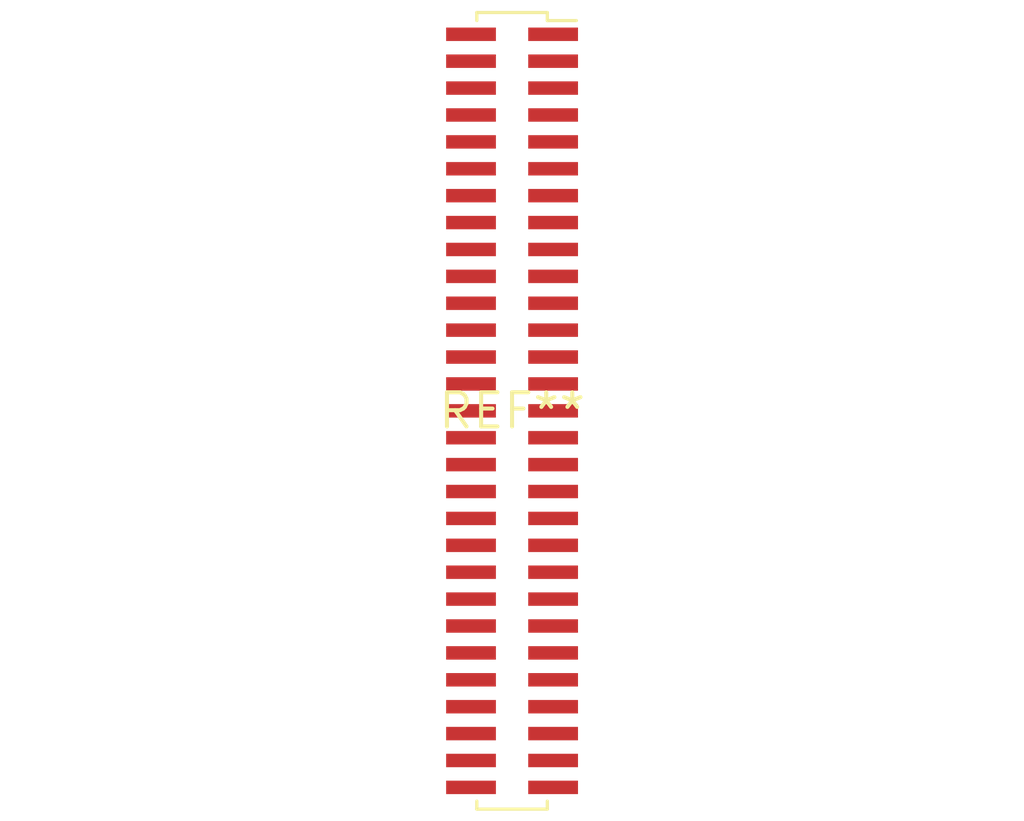
<source format=kicad_pcb>
(kicad_pcb (version 20240108) (generator pcbnew)
  (layers (0 "F.Cu" signal) (31 "B.Cu" signal) (34 "B.Paste" user) (35 "F.Paste" user) (36 "B.SilkS" user "B.Silkscreen") (37 "F.SilkS" user "F.Silkscreen") (38 "B.Mask" user) (39 "F.Mask" user) (44 "Edge.Cuts" user))
  (net 0 "")
  (footprint "PinSocket_2x29_P1.00mm_Vertical_SMD" (layer "F.Cu") (at 0 0)
    (property "Reference" "REF**")
    (property "Value" "PinSocket_2x29_P1.00mm_Vertical_SMD")
    (fp_line (start -1.31 -14.81) (end -1.31 -14.51) (layer "F.SilkS") (stroke (width 0.12)))
    (fp_line (start -1.31 -14.81) (end 1.31 -14.81) (layer "F.SilkS") (stroke (width 0.12)))
    (fp_line (start -1.31 14.51) (end -1.31 14.81) (layer "F.SilkS") (stroke (width 0.12)))
    (fp_line (start -1.31 14.81) (end 1.31 14.81) (layer "F.SilkS") (stroke (width 0.12)))
    (fp_line (start 1.31 -14.81) (end 1.31 -14.51) (layer "F.SilkS") (stroke (width 0.12)))
    (fp_line (start 1.31 -14.51) (end 2.39 -14.51) (layer "F.SilkS") (stroke (width 0.12)))
    (fp_line (start 1.31 14.51) (end 1.31 14.81) (layer "F.SilkS") (stroke (width 0.12)))
    (pad "1" smd rect (at 1.525 -14) (size 1.85 0.5) (layers "F.Cu" "F.Paste" "F.Mask"))
    (pad "2" smd rect (at -1.525 -14) (size 1.85 0.5) (layers "F.Cu" "F.Paste" "F.Mask"))
    (pad "3" smd rect (at 1.525 -13) (size 1.85 0.5) (layers "F.Cu" "F.Paste" "F.Mask"))
    (pad "4" smd rect (at -1.525 -13) (size 1.85 0.5) (layers "F.Cu" "F.Paste" "F.Mask"))
    (pad "5" smd rect (at 1.525 -12) (size 1.85 0.5) (layers "F.Cu" "F.Paste" "F.Mask"))
    (pad "6" smd rect (at -1.525 -12) (size 1.85 0.5) (layers "F.Cu" "F.Paste" "F.Mask"))
    (pad "7" smd rect (at 1.525 -11) (size 1.85 0.5) (layers "F.Cu" "F.Paste" "F.Mask"))
    (pad "8" smd rect (at -1.525 -11) (size 1.85 0.5) (layers "F.Cu" "F.Paste" "F.Mask"))
    (pad "9" smd rect (at 1.525 -10) (size 1.85 0.5) (layers "F.Cu" "F.Paste" "F.Mask"))
    (pad "10" smd rect (at -1.525 -10) (size 1.85 0.5) (layers "F.Cu" "F.Paste" "F.Mask"))
    (pad "11" smd rect (at 1.525 -9) (size 1.85 0.5) (layers "F.Cu" "F.Paste" "F.Mask"))
    (pad "12" smd rect (at -1.525 -9) (size 1.85 0.5) (layers "F.Cu" "F.Paste" "F.Mask"))
    (pad "13" smd rect (at 1.525 -8) (size 1.85 0.5) (layers "F.Cu" "F.Paste" "F.Mask"))
    (pad "14" smd rect (at -1.525 -8) (size 1.85 0.5) (layers "F.Cu" "F.Paste" "F.Mask"))
    (pad "15" smd rect (at 1.525 -7) (size 1.85 0.5) (layers "F.Cu" "F.Paste" "F.Mask"))
    (pad "16" smd rect (at -1.525 -7) (size 1.85 0.5) (layers "F.Cu" "F.Paste" "F.Mask"))
    (pad "17" smd rect (at 1.525 -6) (size 1.85 0.5) (layers "F.Cu" "F.Paste" "F.Mask"))
    (pad "18" smd rect (at -1.525 -6) (size 1.85 0.5) (layers "F.Cu" "F.Paste" "F.Mask"))
    (pad "19" smd rect (at 1.525 -5) (size 1.85 0.5) (layers "F.Cu" "F.Paste" "F.Mask"))
    (pad "20" smd rect (at -1.525 -5) (size 1.85 0.5) (layers "F.Cu" "F.Paste" "F.Mask"))
    (pad "21" smd rect (at 1.525 -4) (size 1.85 0.5) (layers "F.Cu" "F.Paste" "F.Mask"))
    (pad "22" smd rect (at -1.525 -4) (size 1.85 0.5) (layers "F.Cu" "F.Paste" "F.Mask"))
    (pad "23" smd rect (at 1.525 -3) (size 1.85 0.5) (layers "F.Cu" "F.Paste" "F.Mask"))
    (pad "24" smd rect (at -1.525 -3) (size 1.85 0.5) (layers "F.Cu" "F.Paste" "F.Mask"))
    (pad "25" smd rect (at 1.525 -2) (size 1.85 0.5) (layers "F.Cu" "F.Paste" "F.Mask"))
    (pad "26" smd rect (at -1.525 -2) (size 1.85 0.5) (layers "F.Cu" "F.Paste" "F.Mask"))
    (pad "27" smd rect (at 1.525 -1) (size 1.85 0.5) (layers "F.Cu" "F.Paste" "F.Mask"))
    (pad "28" smd rect (at -1.525 -1) (size 1.85 0.5) (layers "F.Cu" "F.Paste" "F.Mask"))
    (pad "29" smd rect (at 1.525 0) (size 1.85 0.5) (layers "F.Cu" "F.Paste" "F.Mask"))
    (pad "30" smd rect (at -1.525 0) (size 1.85 0.5) (layers "F.Cu" "F.Paste" "F.Mask"))
    (pad "31" smd rect (at 1.525 1) (size 1.85 0.5) (layers "F.Cu" "F.Paste" "F.Mask"))
    (pad "32" smd rect (at -1.525 1) (size 1.85 0.5) (layers "F.Cu" "F.Paste" "F.Mask"))
    (pad "33" smd rect (at 1.525 2) (size 1.85 0.5) (layers "F.Cu" "F.Paste" "F.Mask"))
    (pad "34" smd rect (at -1.525 2) (size 1.85 0.5) (layers "F.Cu" "F.Paste" "F.Mask"))
    (pad "35" smd rect (at 1.525 3) (size 1.85 0.5) (layers "F.Cu" "F.Paste" "F.Mask"))
    (pad "36" smd rect (at -1.525 3) (size 1.85 0.5) (layers "F.Cu" "F.Paste" "F.Mask"))
    (pad "37" smd rect (at 1.525 4) (size 1.85 0.5) (layers "F.Cu" "F.Paste" "F.Mask"))
    (pad "38" smd rect (at -1.525 4) (size 1.85 0.5) (layers "F.Cu" "F.Paste" "F.Mask"))
    (pad "39" smd rect (at 1.525 5) (size 1.85 0.5) (layers "F.Cu" "F.Paste" "F.Mask"))
    (pad "40" smd rect (at -1.525 5) (size 1.85 0.5) (layers "F.Cu" "F.Paste" "F.Mask"))
    (pad "41" smd rect (at 1.525 6) (size 1.85 0.5) (layers "F.Cu" "F.Paste" "F.Mask"))
    (pad "42" smd rect (at -1.525 6) (size 1.85 0.5) (layers "F.Cu" "F.Paste" "F.Mask"))
    (pad "43" smd rect (at 1.525 7) (size 1.85 0.5) (layers "F.Cu" "F.Paste" "F.Mask"))
    (pad "44" smd rect (at -1.525 7) (size 1.85 0.5) (layers "F.Cu" "F.Paste" "F.Mask"))
    (pad "45" smd rect (at 1.525 8) (size 1.85 0.5) (layers "F.Cu" "F.Paste" "F.Mask"))
    (pad "46" smd rect (at -1.525 8) (size 1.85 0.5) (layers "F.Cu" "F.Paste" "F.Mask"))
    (pad "47" smd rect (at 1.525 9) (size 1.85 0.5) (layers "F.Cu" "F.Paste" "F.Mask"))
    (pad "48" smd rect (at -1.525 9) (size 1.85 0.5) (layers "F.Cu" "F.Paste" "F.Mask"))
    (pad "49" smd rect (at 1.525 10) (size 1.85 0.5) (layers "F.Cu" "F.Paste" "F.Mask"))
    (pad "50" smd rect (at -1.525 10) (size 1.85 0.5) (layers "F.Cu" "F.Paste" "F.Mask"))
    (pad "51" smd rect (at 1.525 11) (size 1.85 0.5) (layers "F.Cu" "F.Paste" "F.Mask"))
    (pad "52" smd rect (at -1.525 11) (size 1.85 0.5) (layers "F.Cu" "F.Paste" "F.Mask"))
    (pad "53" smd rect (at 1.525 12) (size 1.85 0.5) (layers "F.Cu" "F.Paste" "F.Mask"))
    (pad "54" smd rect (at -1.525 12) (size 1.85 0.5) (layers "F.Cu" "F.Paste" "F.Mask"))
    (pad "55" smd rect (at 1.525 13) (size 1.85 0.5) (layers "F.Cu" "F.Paste" "F.Mask"))
    (pad "56" smd rect (at -1.525 13) (size 1.85 0.5) (layers "F.Cu" "F.Paste" "F.Mask"))
    (pad "57" smd rect (at 1.525 14) (size 1.85 0.5) (layers "F.Cu" "F.Paste" "F.Mask"))
    (pad "58" smd rect (at -1.525 14) (size 1.85 0.5) (layers "F.Cu" "F.Paste" "F.Mask"))
  )
)
</source>
